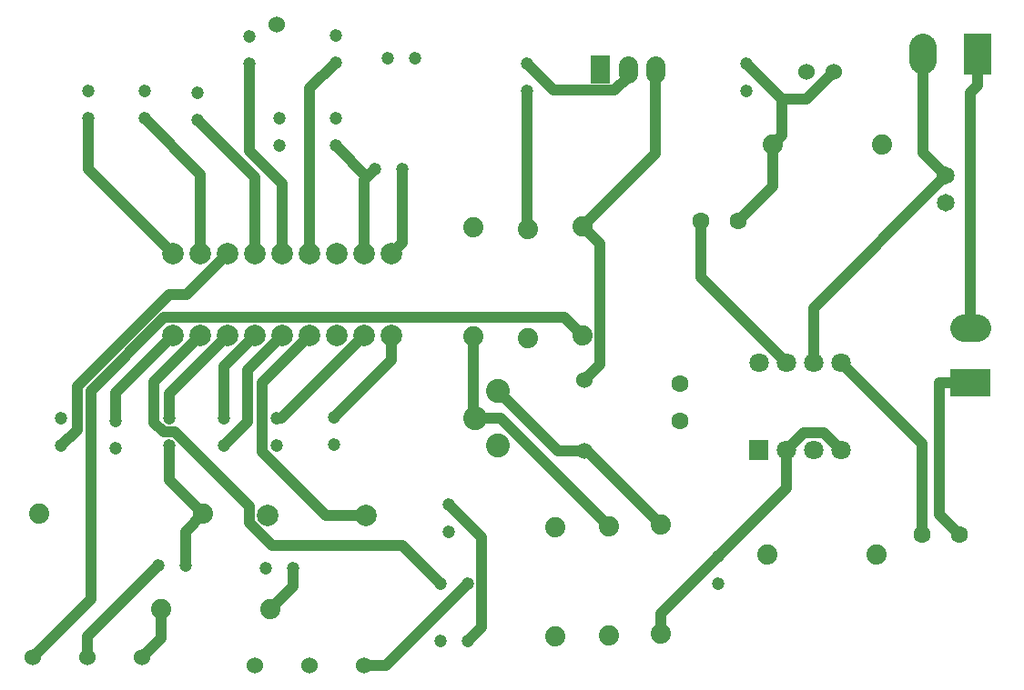
<source format=gbl>
G04 Layer: BottomLayer*
G04 EasyEDA v6.5.1, 2022-03-19 16:14:10*
G04 3ebca1db3f2944888bc2407653f8670d,b39d96d8288a45daa3b91a2d81ef2d09,10*
G04 Gerber Generator version 0.2*
G04 Scale: 100 percent, Rotated: No, Reflected: No *
G04 Dimensions in millimeters *
G04 leading zeros omitted , absolute positions ,4 integer and 5 decimal *
%FSLAX45Y45*%
%MOMM*%

%ADD11C,1.0000*%
%ADD12C,1.1938*%
%ADD13C,1.5240*%
%ADD14C,1.6000*%
%ADD15C,2.0000*%
%ADD16C,1.8796*%
%ADD17C,1.6510*%
%ADD19R,3.8100X2.5400*%
%ADD20C,2.2200*%
%ADD22C,1.8000*%
%ADD24C,2.5400*%

%LPD*%
D11*
X2019302Y-203189D02*
G01*
X2197102Y-25389D01*
X2197102Y241310D01*
X1003302Y-203189D02*
G01*
X1543077Y336585D01*
X1543077Y2279685D01*
X2227506Y2964113D01*
X5951298Y2964113D01*
X6121402Y2794010D01*
X6362702Y1016010D02*
G01*
X5359402Y2019310D01*
X5118102Y2019310D01*
X5105402Y2781310D02*
G01*
X5105402Y2032010D01*
X5118102Y2019310D01*
X3581402Y2794010D02*
G01*
X3142363Y2354971D01*
X3142363Y1710090D01*
X3734843Y1117610D01*
X4102102Y1117610D01*
X6845302Y1028710D02*
G01*
X6159502Y1714510D01*
X6134102Y1714510D01*
X5334002Y2273310D02*
G01*
X5892802Y1714510D01*
X6134102Y1714510D01*
X8521702Y2540010D02*
G01*
X9273796Y1787916D01*
X9273796Y939810D01*
X9437575Y2349510D02*
G01*
X9437575Y1126042D01*
X9623808Y939810D01*
X9728202Y2349510D02*
G01*
X9437575Y2349510D01*
X8013702Y2540010D02*
G01*
X7216396Y3337316D01*
X7216396Y3860810D01*
X4089402Y-279389D02*
G01*
X4292602Y-279389D01*
X5054602Y482610D01*
X2565402Y2794010D02*
G01*
X2133856Y2362464D01*
X2133856Y1981819D01*
X2221511Y1894164D01*
X2327455Y1894164D01*
X3022272Y1199347D01*
X3022272Y1049106D01*
X3231314Y840064D01*
X4443148Y840064D01*
X4800602Y482610D01*
X1511302Y-203189D02*
G01*
X1511302Y-12689D01*
X2171702Y647710D01*
X8267702Y2540010D02*
G01*
X8267702Y3048010D01*
X9499602Y4279910D01*
X9283702Y5410210D02*
G01*
X9283702Y4495810D01*
X9499602Y4279910D01*
X3213102Y241310D02*
G01*
X3429002Y457210D01*
X3429002Y622310D01*
X4343402Y2794010D02*
G01*
X4343402Y2565410D01*
X3810002Y2032010D01*
X4089402Y2794010D02*
G01*
X3314702Y2019310D01*
X3276602Y2019310D01*
X2781302Y2019310D02*
G01*
X2781302Y2501910D01*
X3073402Y2794010D01*
X2819402Y2794010D02*
G01*
X2273302Y2247910D01*
X2273302Y2019310D01*
X2311402Y2794010D02*
G01*
X1778002Y2260610D01*
X1778002Y1993910D01*
X4343402Y3556010D02*
G01*
X4445002Y3657610D01*
X4445002Y4343410D01*
X4114802Y4267210D02*
G01*
X3822702Y4559310D01*
X4089402Y3556010D02*
G01*
X4089402Y4241810D01*
X4114802Y4267210D01*
X4114802Y4267210D02*
G01*
X4191002Y4343410D01*
X6538495Y5270992D02*
G01*
X6538495Y5198196D01*
X6415839Y5075539D01*
X5846472Y5075539D01*
X5600702Y5321310D01*
X8521702Y1726270D02*
G01*
X8359625Y1888347D01*
X8175779Y1888347D01*
X8013702Y1726270D01*
X2819402Y3556010D02*
G01*
X2437665Y3174273D01*
X2274343Y3174273D01*
X1420624Y2320554D01*
X1420624Y1915932D01*
X1270002Y1765310D01*
X9728202Y2857510D02*
G01*
X9728202Y5056083D01*
X9791702Y5119583D01*
X9791702Y5410210D02*
G01*
X9791702Y5119583D01*
X7886702Y4572010D02*
G01*
X7886702Y4181104D01*
X7566408Y3860810D01*
X7974027Y4992684D02*
G01*
X8205777Y4992684D01*
X8458202Y5245110D01*
X7886702Y4572010D02*
G01*
X7974027Y4659335D01*
X7974027Y4992684D01*
X7974027Y4992684D02*
G01*
X7645402Y5321310D01*
X8013702Y1726270D02*
G01*
X8013702Y1371610D01*
X7378702Y736610D01*
X7378702Y736610D02*
G01*
X6845302Y203210D01*
X6845302Y12710D01*
X4876802Y1219210D02*
G01*
X5179748Y916264D01*
X5179748Y74355D01*
X5054602Y-50789D01*
X3581402Y3556010D02*
G01*
X3581402Y5092710D01*
X3822702Y5334010D01*
X3327402Y3556010D02*
G01*
X3327402Y4208967D01*
X3022602Y4513767D01*
X3022602Y5321310D01*
X3073402Y3556010D02*
G01*
X3073402Y4267210D01*
X2540002Y4800610D01*
X2565402Y3556010D02*
G01*
X2565402Y4292610D01*
X2044702Y4813310D01*
X6796509Y5270002D02*
G01*
X6796509Y4485116D01*
X6121402Y3810010D01*
X2781302Y1765310D02*
G01*
X3005228Y1989236D01*
X3005228Y2471836D01*
X3327402Y2794010D01*
X5613402Y3784610D02*
G01*
X5600702Y3797310D01*
X5600702Y5067310D01*
X6134102Y2374910D02*
G01*
X6283937Y2524744D01*
X6283937Y3647475D01*
X6121402Y3810010D01*
X2590802Y1130310D02*
G01*
X2425702Y965210D01*
X2425702Y647710D01*
X2590802Y1130310D02*
G01*
X2273302Y1447810D01*
X2273302Y1765310D01*
X2311402Y3556010D02*
G01*
X1524002Y4343410D01*
X1524002Y4813310D01*
D12*
G01*
X1524000Y4813300D03*
G01*
X1524000Y5067300D03*
G01*
X2044700Y4813300D03*
G01*
X2044700Y5067300D03*
G01*
X2540000Y4800600D03*
G01*
X2540000Y5054600D03*
G01*
X3022600Y5321300D03*
G01*
X3022600Y5575300D03*
G01*
X3822700Y5334000D03*
G01*
X3822700Y5588000D03*
G01*
X4305300Y5372100D03*
G01*
X4559300Y5372100D03*
G01*
X3302000Y4559300D03*
G01*
X3302000Y4813300D03*
G01*
X3822700Y4559300D03*
G01*
X3822700Y4813300D03*
G01*
X4191000Y4343400D03*
G01*
X4445000Y4343400D03*
G01*
X1270000Y1765300D03*
G01*
X1270000Y2019300D03*
G01*
X1778000Y1739900D03*
G01*
X1778000Y1993900D03*
G01*
X2273300Y1765300D03*
G01*
X2273300Y2019300D03*
G01*
X2781300Y1765300D03*
G01*
X2781300Y2019300D03*
G01*
X3276600Y1765300D03*
G01*
X3276600Y2019300D03*
G01*
X3810000Y1778000D03*
G01*
X3810000Y2032000D03*
G01*
X3429000Y622300D03*
G01*
X3175000Y622300D03*
G01*
X5600700Y5067300D03*
G01*
X5600700Y5321300D03*
G01*
X7645400Y5067300D03*
G01*
X7645400Y5321300D03*
G01*
X2171700Y647700D03*
G01*
X2425700Y647700D03*
G01*
X4800600Y-50800D03*
G01*
X5054600Y-50800D03*
G01*
X4800600Y482600D03*
G01*
X5054600Y482600D03*
G01*
X4876800Y965200D03*
G01*
X4876800Y1219200D03*
G01*
X7378700Y482600D03*
G01*
X7378700Y736600D03*
D13*
G01*
X8204200Y5245100D03*
G01*
X8458200Y5245100D03*
D14*
G01*
X7023100Y2346705D03*
G01*
X7023100Y1996694D03*
G01*
X7566406Y3860800D03*
G01*
X7216393Y3860800D03*
G01*
X9623806Y939800D03*
G01*
X9273793Y939800D03*
D13*
G01*
X6134100Y1714500D03*
G01*
X6134100Y2374900D03*
D15*
G01*
X3187700Y1117600D03*
G01*
X4102100Y1117600D03*
D16*
G01*
X1066800Y1130300D03*
G01*
X2590800Y1130300D03*
D17*
G01*
X9499600Y4279900D03*
G01*
X9499600Y4025900D03*
G36*
X9664700Y5600700D02*
G01*
X9918700Y5600700D01*
X9918700Y5219700D01*
X9664700Y5219700D01*
G37*
D19*
G01*
X9728200Y2349500D03*
D20*
G01*
X5334000Y2273300D03*
G01*
X5118100Y2019300D03*
G01*
X5334000Y1765300D03*
D16*
G01*
X5105400Y2781300D03*
G01*
X5105400Y3797300D03*
G01*
X5613400Y2768600D03*
G01*
X5613400Y3784600D03*
G01*
X6121400Y2794000D03*
G01*
X6121400Y3810000D03*
G01*
X6362700Y0D03*
G01*
X6362700Y1016000D03*
G01*
X6845300Y12700D03*
G01*
X6845300Y1028700D03*
G01*
X3213100Y241300D03*
G01*
X2197100Y241300D03*
G01*
X5867400Y1003300D03*
G01*
X5867400Y-12700D03*
G01*
X7835900Y749300D03*
G01*
X8851900Y749300D03*
G01*
X7886700Y4572000D03*
G01*
X8902700Y4572000D03*
D13*
G01*
X1003300Y-203200D03*
G01*
X1511300Y-203200D03*
G01*
X2019300Y-203200D03*
G01*
X3073400Y-279400D03*
G01*
X3581400Y-279400D03*
G01*
X4089400Y-279400D03*
D15*
G01*
X2311400Y2794000D03*
G01*
X2565400Y2794000D03*
G01*
X2819400Y2794000D03*
G01*
X3073400Y2794000D03*
G01*
X3327400Y2794000D03*
G01*
X3581400Y2794000D03*
G01*
X3835400Y2794000D03*
G01*
X4089400Y2794000D03*
G01*
X4343400Y2794000D03*
G01*
X4343400Y3556000D03*
G01*
X4089400Y3556000D03*
G01*
X3835400Y3556000D03*
G01*
X3581400Y3556000D03*
G01*
X3327400Y3556000D03*
G01*
X3073400Y3556000D03*
G01*
X2819400Y3556000D03*
G01*
X2565400Y3556000D03*
G01*
X2311400Y3556000D03*
G36*
X7669700Y1816262D02*
G01*
X7849699Y1816262D01*
X7849699Y1636262D01*
X7669700Y1636262D01*
G37*
D22*
G01*
X8013700Y1726260D03*
G01*
X8267700Y1726260D03*
G01*
X8521700Y1726260D03*
G01*
X8521700Y2540000D03*
G01*
X8267700Y2540000D03*
G01*
X8013700Y2540000D03*
G01*
X7759700Y2540000D03*
G36*
X6194498Y5401000D02*
G01*
X6374498Y5401000D01*
X6374498Y5141000D01*
X6194498Y5141000D01*
G37*
D13*
G01*
X3276600Y5689600D03*
D24*
X9283700Y5473700D02*
G01*
X9283700Y5346700D01*
X9791700Y2857500D02*
G01*
X9664700Y2857500D01*
D22*
X6538493Y5311007D02*
G01*
X6538493Y5231008D01*
X6796506Y5310017D02*
G01*
X6796506Y5230017D01*
M02*

</source>
